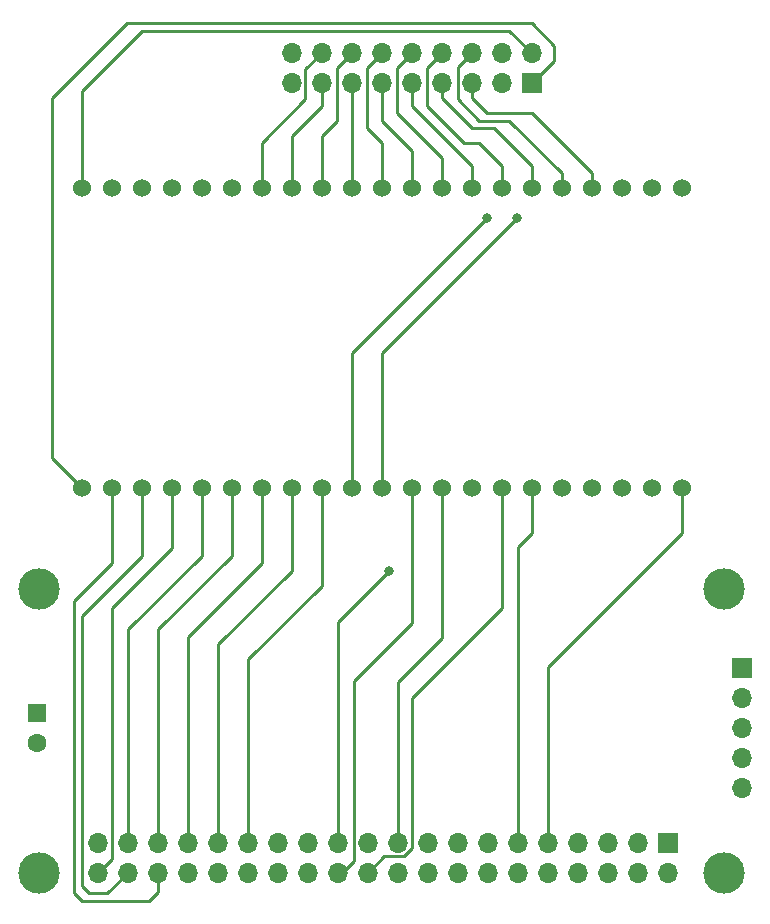
<source format=gbr>
%TF.GenerationSoftware,KiCad,Pcbnew,6.0.8-f2edbf62ab~116~ubuntu20.04.1*%
%TF.CreationDate,2022-10-24T22:15:28-06:00*%
%TF.ProjectId,seedsigner-esp32-dev-board,73656564-7369-4676-9e65-722d65737033,rev?*%
%TF.SameCoordinates,Original*%
%TF.FileFunction,Copper,L1,Top*%
%TF.FilePolarity,Positive*%
%FSLAX46Y46*%
G04 Gerber Fmt 4.6, Leading zero omitted, Abs format (unit mm)*
G04 Created by KiCad (PCBNEW 6.0.8-f2edbf62ab~116~ubuntu20.04.1) date 2022-10-24 22:15:28*
%MOMM*%
%LPD*%
G01*
G04 APERTURE LIST*
%TA.AperFunction,ComponentPad*%
%ADD10O,1.700000X1.700000*%
%TD*%
%TA.AperFunction,ComponentPad*%
%ADD11R,1.700000X1.700000*%
%TD*%
%TA.AperFunction,WasherPad*%
%ADD12C,3.500000*%
%TD*%
%TA.AperFunction,ComponentPad*%
%ADD13R,1.600000X1.600000*%
%TD*%
%TA.AperFunction,ComponentPad*%
%ADD14C,1.600000*%
%TD*%
%TA.AperFunction,ComponentPad*%
%ADD15C,1.530000*%
%TD*%
%TA.AperFunction,ViaPad*%
%ADD16C,0.800000*%
%TD*%
%TA.AperFunction,Conductor*%
%ADD17C,0.250000*%
%TD*%
G04 APERTURE END LIST*
D10*
%TO.P,U3,40,GPIO21*%
%TO.N,/KEY1*%
X11540000Y5540000D03*
%TO.P,U3,39,GND*%
%TO.N,GND*%
X11540000Y8080000D03*
%TO.P,U3,38,GPIO20*%
%TO.N,/KEY2*%
X14080000Y5540000D03*
%TO.P,U3,37,GPIO26*%
%TO.N,/JOYSTICK_RIGHT*%
X14080000Y8080000D03*
%TO.P,U3,36,GPIO16*%
%TO.N,/KEY3*%
X16620000Y5540000D03*
%TO.P,U3,35,GPIO19*%
%TO.N,/JOYSTICK_DOWN*%
X16620000Y8080000D03*
%TO.P,U3,34,GND*%
%TO.N,GND*%
X19160000Y5540000D03*
%TO.P,U3,33,GPIO13*%
%TO.N,/JOYSTICK_PRESS*%
X19160000Y8080000D03*
%TO.P,U3,32,GPIO12*%
%TO.N,unconnected-(U3-Pad32)*%
X21700000Y5540000D03*
%TO.P,U3,31,GPIO6*%
%TO.N,/JOYSTICK_UP*%
X21700000Y8080000D03*
%TO.P,U3,30,GND*%
%TO.N,GND*%
X24240000Y5540000D03*
%TO.P,U3,29,GPIO5*%
%TO.N,/JOYSTICK_LEFT*%
X24240000Y8080000D03*
%TO.P,U3,28,ID_SC*%
%TO.N,unconnected-(U3-Pad28)*%
X26780000Y5540000D03*
%TO.P,U3,27,ID_SD*%
%TO.N,unconnected-(U3-Pad27)*%
X26780000Y8080000D03*
%TO.P,U3,26,GPIO7/~{SPI_CE1}*%
%TO.N,unconnected-(U3-Pad26)*%
X29320000Y5540000D03*
%TO.P,U3,25,GND*%
%TO.N,GND*%
X29320000Y8080000D03*
%TO.P,U3,24,GPIO8/~{SPI_CE0}*%
%TO.N,/SPI_CS*%
X31860000Y5540000D03*
%TO.P,U3,23,GPIO11/SPI_SCLK*%
%TO.N,/SPI_SCLK*%
X31860000Y8080000D03*
%TO.P,U3,22,GPIO25/GPIO_GEN6*%
%TO.N,/DC*%
X34400000Y5540000D03*
%TO.P,U3,21,GPIO9/SPI_MISO*%
%TO.N,unconnected-(U3-Pad21)*%
X34400000Y8080000D03*
%TO.P,U3,20,GND*%
%TO.N,GND*%
X36940000Y5540000D03*
%TO.P,U3,19,GPIO10/SPI_MOSI*%
%TO.N,/SPI_MOSI*%
X36940000Y8080000D03*
%TO.P,U3,18,GPIO24/GPIO_GEN5*%
%TO.N,unconnected-(U3-Pad18)*%
X39480000Y5540000D03*
%TO.P,U3,17,3V3*%
%TO.N,+3.3V*%
X39480000Y8080000D03*
%TO.P,U3,16,GPIO23/GPIO_GEN4*%
%TO.N,unconnected-(U3-Pad16)*%
X42020000Y5540000D03*
%TO.P,U3,15,GPIO22/GPIO_GEN3*%
%TO.N,unconnected-(U3-Pad15)*%
X42020000Y8080000D03*
%TO.P,U3,14,GND*%
%TO.N,GND*%
X44560000Y5540000D03*
%TO.P,U3,13,GPIO27/GPIO_GEN2*%
%TO.N,unconnected-(U3-Pad13)*%
X44560000Y8080000D03*
%TO.P,U3,12,GPIO18/GPIO_GEN1*%
%TO.N,unconnected-(U3-Pad12)*%
X47100000Y5540000D03*
%TO.P,U3,11,GPIO17/GPIO_GEN0*%
%TO.N,/RST*%
X47100000Y8080000D03*
%TO.P,U3,10,RXD0/GPIO15*%
%TO.N,unconnected-(U3-Pad10)*%
X49640000Y5540000D03*
%TO.P,U3,9,GND*%
%TO.N,GND*%
X49640000Y8080000D03*
%TO.P,U3,8,TXD0/GPIO14*%
%TO.N,unconnected-(U3-Pad8)*%
X52180000Y5540000D03*
%TO.P,U3,7,GPIO4/GPIO_GCKL*%
%TO.N,unconnected-(U3-Pad7)*%
X52180000Y8080000D03*
%TO.P,U3,6,GND*%
%TO.N,GND*%
X54720000Y5540000D03*
%TO.P,U3,5,GPIO3/SCL1*%
%TO.N,unconnected-(U3-Pad5)*%
X54720000Y8080000D03*
%TO.P,U3,4,5V0*%
%TO.N,Net-(U3-Pad2)*%
X57260000Y5540000D03*
%TO.P,U3,3,GPIO2/SDA1*%
%TO.N,unconnected-(U3-Pad3)*%
X57260000Y8080000D03*
%TO.P,U3,2,5V0*%
%TO.N,Net-(U3-Pad2)*%
X59800000Y5540000D03*
D11*
%TO.P,U3,1,3V3*%
%TO.N,+3.3V*%
X59800000Y8080000D03*
D12*
%TO.P,U3,*%
%TO.N,*%
X6560000Y5540000D03*
X64560000Y5540000D03*
X64560000Y29540000D03*
X6560000Y29540000D03*
%TD*%
D13*
%TO.P,C1,1*%
%TO.N,+3.3V*%
X6350000Y19050000D03*
D14*
%TO.P,C1,2*%
%TO.N,GND*%
X6350000Y16550000D03*
%TD*%
D11*
%TO.P,J1,1,Pin_1*%
%TO.N,/XTRA1*%
X66040000Y22860000D03*
D10*
%TO.P,J1,2,Pin_2*%
%TO.N,/XTRA2*%
X66040000Y20320000D03*
%TO.P,J1,3,Pin_3*%
%TO.N,/XTRA3*%
X66040000Y17780000D03*
%TO.P,J1,4,Pin_4*%
%TO.N,/XTRA4*%
X66040000Y15240000D03*
%TO.P,J1,5,Pin_5*%
%TO.N,/XTRA5*%
X66040000Y12700000D03*
%TD*%
D15*
%TO.P,U1,0,GPIO0*%
%TO.N,/KEY3*%
X12700000Y38100000D03*
%TO.P,U1,1,GPIO1*%
%TO.N,/KEY2*%
X15240000Y38100000D03*
%TO.P,U1,2,GPIO2*%
%TO.N,/KEY1*%
X17780000Y38100000D03*
%TO.P,U1,3,GPIO3*%
%TO.N,/JOYSTICK_RIGHT*%
X20320000Y38100000D03*
%TO.P,U1,3V3,VDD33*%
%TO.N,+3.3V*%
X10160000Y38100000D03*
%TO.P,U1,4,GPIO4*%
%TO.N,/JOYSTICK_DOWN*%
X22860000Y38100000D03*
%TO.P,U1,5,GPIO5*%
%TO.N,/JOYSTICK_PRESS*%
X25400000Y38100000D03*
%TO.P,U1,5V,+5V*%
%TO.N,+5V*%
X58420000Y38100000D03*
%TO.P,U1,6,GPIO6*%
%TO.N,/JOYSTICK_UP*%
X27940000Y38100000D03*
%TO.P,U1,7,GPIO7*%
%TO.N,/JOYSTICK_LEFT*%
X30480000Y38100000D03*
%TO.P,U1,8,GPIO8*%
%TO.N,/SDA*%
X33020000Y38100000D03*
%TO.P,U1,9,GPIO9*%
%TO.N,/SCL*%
X35560000Y38100000D03*
%TO.P,U1,10,GPIO10*%
%TO.N,/SPI_CS*%
X38100000Y38100000D03*
%TO.P,U1,11,GPIO11*%
%TO.N,/SPI_MOSI*%
X40640000Y38100000D03*
%TO.P,U1,12,GPIO12*%
%TO.N,/SPI_SCLK*%
X43180000Y38100000D03*
%TO.P,U1,13,GPIO13*%
%TO.N,/DC*%
X45720000Y38100000D03*
%TO.P,U1,14,GPIO14*%
%TO.N,/RST*%
X48260000Y38100000D03*
%TO.P,U1,15,GPIO15*%
%TO.N,/XTRA5*%
X50800000Y38100000D03*
%TO.P,U1,16,GPIO16*%
%TO.N,/XTRA4*%
X53340000Y38100000D03*
%TO.P,U1,17,GPIO17*%
%TO.N,/XTRA3*%
X55880000Y38100000D03*
%TO.P,U1,18,EXT_GPIO18*%
%TO.N,unconnected-(U1-Pad18)*%
X60960000Y63500000D03*
%TO.P,U1,19,GPIO19*%
%TO.N,/XTRA1*%
X58420000Y63500000D03*
%TO.P,U1,20,GPIO20*%
%TO.N,/XTRA2*%
X55880000Y63500000D03*
%TO.P,U1,21,GPIO21*%
%TO.N,/VSYNC*%
X53340000Y63500000D03*
%TO.P,U1,26,GPIO26*%
%TO.N,/HREF*%
X50800000Y63500000D03*
%TO.P,U1,33,GPIO33*%
%TO.N,/PCLK*%
X48260000Y63500000D03*
%TO.P,U1,34,GPIO34*%
%TO.N,/XCLK*%
X45720000Y63500000D03*
%TO.P,U1,35,GPIO35*%
%TO.N,/D9*%
X43180000Y63500000D03*
%TO.P,U1,36,GPIO36*%
%TO.N,/D8*%
X40640000Y63500000D03*
%TO.P,U1,37,GPIO37*%
%TO.N,/D7*%
X38100000Y63500000D03*
%TO.P,U1,38,GPIO38*%
%TO.N,/D6*%
X35560000Y63500000D03*
%TO.P,U1,39,GPIO39*%
%TO.N,/D5*%
X33020000Y63500000D03*
%TO.P,U1,40,GPIO40*%
%TO.N,/D4*%
X30480000Y63500000D03*
%TO.P,U1,41,GPIO41*%
%TO.N,/D3*%
X27940000Y63500000D03*
%TO.P,U1,42,GPIO42*%
%TO.N,/D2*%
X25400000Y63500000D03*
%TO.P,U1,45,GPIO45*%
%TO.N,unconnected-(U1-Pad45)*%
X17780000Y63500000D03*
%TO.P,U1,46,GPIO46*%
%TO.N,unconnected-(U1-Pad46)*%
X15240000Y63500000D03*
%TO.P,U1,GND_1,GND*%
%TO.N,GND*%
X60960000Y38100000D03*
%TO.P,U1,GND_2,GND*%
X10160000Y63500000D03*
%TO.P,U1,RST,CHIP_PU*%
%TO.N,unconnected-(U1-PadRST)*%
X12700000Y63500000D03*
%TO.P,U1,RX,U0RXD*%
%TO.N,unconnected-(U1-PadRX)*%
X20320000Y63500000D03*
%TO.P,U1,TX,U0TXD*%
%TO.N,unconnected-(U1-PadTX)*%
X22860000Y63500000D03*
%TD*%
D11*
%TO.P,U2,1,3.3V*%
%TO.N,+3.3V*%
X48260000Y72390000D03*
D10*
%TO.P,U2,2,GND*%
%TO.N,GND*%
X48260000Y74930000D03*
%TO.P,U2,3,SIOC*%
%TO.N,/SCL*%
X45720000Y72390000D03*
%TO.P,U2,4,SIOD*%
%TO.N,/SDA*%
X45720000Y74930000D03*
%TO.P,U2,5,VSYNC*%
%TO.N,/VSYNC*%
X43180000Y72390000D03*
%TO.P,U2,6,HREF*%
%TO.N,/HREF*%
X43180000Y74930000D03*
%TO.P,U2,7,PCLK*%
%TO.N,/PCLK*%
X40640000Y72390000D03*
%TO.P,U2,8,XCLK*%
%TO.N,/XCLK*%
X40640000Y74930000D03*
%TO.P,U2,9,D9*%
%TO.N,/D9*%
X38100000Y72390000D03*
%TO.P,U2,10,D8*%
%TO.N,/D8*%
X38100000Y74930000D03*
%TO.P,U2,11,D7*%
%TO.N,/D7*%
X35560000Y72390000D03*
%TO.P,U2,12,D6*%
%TO.N,/D6*%
X35560000Y74930000D03*
%TO.P,U2,13,D5*%
%TO.N,/D5*%
X33020000Y72390000D03*
%TO.P,U2,14,D4*%
%TO.N,/D4*%
X33020000Y74930000D03*
%TO.P,U2,15,D3*%
%TO.N,/D3*%
X30480000Y72390000D03*
%TO.P,U2,16,D2*%
%TO.N,/D2*%
X30480000Y74930000D03*
%TO.P,U2,17,RET*%
%TO.N,unconnected-(U2-Pad17)*%
X27940000Y72390000D03*
%TO.P,U2,18,PDWN*%
%TO.N,unconnected-(U2-Pad18)*%
X27940000Y74930000D03*
%TD*%
D16*
%TO.N,/SDA*%
X44450000Y60960000D03*
%TO.N,/SCL*%
X46990000Y60960000D03*
%TO.N,/SPI_SCLK*%
X36195000Y31115000D03*
%TD*%
D17*
%TO.N,+3.3V*%
X10160000Y38100000D02*
X7620000Y40640000D01*
X13970000Y77470000D02*
X48260000Y77470000D01*
X7620000Y40640000D02*
X7620000Y71120000D01*
X7620000Y71120000D02*
X13970000Y77470000D01*
X48260000Y77470000D02*
X50165000Y75565000D01*
X50165000Y75565000D02*
X50165000Y74295000D01*
X50165000Y74295000D02*
X48260000Y72390000D01*
%TO.N,GND*%
X48260000Y74930000D02*
X46355000Y76835000D01*
X46355000Y76835000D02*
X15240000Y76835000D01*
X15240000Y76835000D02*
X10160000Y71755000D01*
X10160000Y71755000D02*
X10160000Y63500000D01*
%TO.N,/DC*%
X34400000Y5540000D02*
X35765000Y6905000D01*
X45720000Y27940000D02*
X45720000Y38100000D01*
X35765000Y6905000D02*
X37426701Y6905000D01*
X37426701Y6905000D02*
X38115000Y7593299D01*
X38115000Y20335000D02*
X45720000Y27940000D01*
X38115000Y7593299D02*
X38115000Y20335000D01*
%TO.N,/RST*%
X48260000Y34290000D02*
X48260000Y38100000D01*
X47100000Y33130000D02*
X48260000Y34290000D01*
X47100000Y8080000D02*
X47100000Y33130000D01*
%TO.N,/KEY1*%
X17780000Y33020000D02*
X17780000Y38100000D01*
X12715000Y27955000D02*
X13335000Y28575000D01*
X13335000Y28575000D02*
X17780000Y33020000D01*
X12715000Y6715000D02*
X12715000Y27955000D01*
X11540000Y5540000D02*
X12715000Y6715000D01*
%TO.N,/XCLK*%
X39370000Y73660000D02*
X39370000Y70485000D01*
X40640000Y74930000D02*
X39370000Y73660000D01*
X45720000Y65405000D02*
X45720000Y63500000D01*
X39370000Y70485000D02*
X42545000Y67310000D01*
X42545000Y67310000D02*
X43815000Y67310000D01*
X43815000Y67310000D02*
X45720000Y65405000D01*
%TO.N,/PCLK*%
X40640000Y72390000D02*
X40640000Y71120000D01*
X43180000Y68580000D02*
X45085000Y68580000D01*
X48260000Y65405000D02*
X48260000Y63500000D01*
X40640000Y71120000D02*
X43180000Y68580000D01*
X45085000Y68580000D02*
X48260000Y65405000D01*
%TO.N,/HREF*%
X46355000Y69215000D02*
X50800000Y64770000D01*
X43815000Y69215000D02*
X46355000Y69215000D01*
X42005000Y73755000D02*
X42005000Y71025000D01*
X43180000Y74930000D02*
X42005000Y73755000D01*
X42005000Y71025000D02*
X43815000Y69215000D01*
X50800000Y64770000D02*
X50800000Y63500000D01*
%TO.N,/VSYNC*%
X43180000Y72390000D02*
X43180000Y71120000D01*
X44450000Y69850000D02*
X48260000Y69850000D01*
X53340000Y64770000D02*
X53340000Y63500000D01*
X43180000Y71120000D02*
X44450000Y69850000D01*
X48260000Y69850000D02*
X53340000Y64770000D01*
%TO.N,/SDA*%
X33020000Y49530000D02*
X44450000Y60960000D01*
X33020000Y38100000D02*
X33020000Y49530000D01*
%TO.N,/SCL*%
X35560000Y38100000D02*
X35560000Y49530000D01*
X35560000Y49530000D02*
X46990000Y60960000D01*
%TO.N,/SPI_CS*%
X33225000Y21795000D02*
X38100000Y26670000D01*
X31860000Y5540000D02*
X32210000Y5540000D01*
X32210000Y5540000D02*
X33225000Y6555000D01*
X33225000Y6555000D02*
X33225000Y21795000D01*
X38100000Y26670000D02*
X38100000Y38100000D01*
%TO.N,/SPI_MOSI*%
X36940000Y8080000D02*
X36940000Y21700000D01*
X40640000Y25400000D02*
X40640000Y38100000D01*
X36940000Y21700000D02*
X40640000Y25400000D01*
%TO.N,/SPI_SCLK*%
X31860000Y26780000D02*
X36195000Y31115000D01*
X31860000Y8080000D02*
X31860000Y26780000D01*
%TO.N,/JOYSTICK_UP*%
X27940000Y31115000D02*
X27940000Y38100000D01*
X21700000Y24875000D02*
X27940000Y31115000D01*
X21700000Y8080000D02*
X21700000Y24875000D01*
%TO.N,/JOYSTICK_DOWN*%
X16620000Y26145000D02*
X22860000Y32385000D01*
X22860000Y32385000D02*
X22860000Y38100000D01*
X16620000Y8080000D02*
X16620000Y26145000D01*
%TO.N,/JOYSTICK_LEFT*%
X30480000Y29845000D02*
X30480000Y38100000D01*
X24240000Y8080000D02*
X24240000Y23605000D01*
X24240000Y23605000D02*
X30480000Y29845000D01*
%TO.N,/JOYSTICK_RIGHT*%
X14080000Y8080000D02*
X14080000Y26145000D01*
X20320000Y32385000D02*
X20320000Y38100000D01*
X14080000Y26145000D02*
X20320000Y32385000D01*
%TO.N,/JOYSTICK_PRESS*%
X19160000Y8080000D02*
X19160000Y25510000D01*
X19160000Y25510000D02*
X25400000Y31750000D01*
X25400000Y31750000D02*
X25400000Y38100000D01*
%TO.N,/KEY3*%
X9525000Y5715000D02*
X9525000Y24130000D01*
X12700000Y34290000D02*
X12700000Y38100000D01*
X9525000Y28575000D02*
X12700000Y31750000D01*
X12700000Y34290000D02*
X12700000Y34925000D01*
X15875000Y3175000D02*
X10160000Y3175000D01*
X12700000Y31750000D02*
X12700000Y34290000D01*
X16620000Y3920000D02*
X15875000Y3175000D01*
X9525000Y24130000D02*
X9525000Y28575000D01*
X9525000Y3810000D02*
X9525000Y5715000D01*
X16620000Y5540000D02*
X16620000Y3920000D01*
X10160000Y3175000D02*
X9525000Y3810000D01*
%TO.N,/KEY2*%
X10160000Y27305000D02*
X15240000Y32385000D01*
X10795000Y3810000D02*
X10160000Y4445000D01*
X12350000Y3810000D02*
X10795000Y3810000D01*
X10160000Y4445000D02*
X10160000Y27305000D01*
X15240000Y32385000D02*
X15240000Y38100000D01*
X14080000Y5540000D02*
X12350000Y3810000D01*
%TO.N,/D2*%
X30480000Y74930000D02*
X29115000Y73565000D01*
X29115000Y71025000D02*
X25400000Y67310000D01*
X25400000Y67310000D02*
X25400000Y63500000D01*
X29115000Y73565000D02*
X29115000Y71025000D01*
%TO.N,/D3*%
X30480000Y72390000D02*
X30480000Y70485000D01*
X27940000Y67945000D02*
X27940000Y63500000D01*
X30480000Y70485000D02*
X27940000Y67945000D01*
%TO.N,/D4*%
X31750000Y69215000D02*
X30480000Y67945000D01*
X31750000Y73660000D02*
X31750000Y69215000D01*
X33020000Y74930000D02*
X31750000Y73660000D01*
X30480000Y67945000D02*
X30480000Y63500000D01*
%TO.N,/D5*%
X33020000Y72390000D02*
X33020000Y63500000D01*
%TO.N,/D6*%
X34290000Y73660000D02*
X34290000Y68580000D01*
X35560000Y74930000D02*
X34290000Y73660000D01*
X35560000Y67310000D02*
X35560000Y63500000D01*
X34290000Y68580000D02*
X35560000Y67310000D01*
%TO.N,/D7*%
X38100000Y66675000D02*
X38100000Y63500000D01*
X35560000Y69215000D02*
X38100000Y66675000D01*
X35560000Y72390000D02*
X35560000Y69215000D01*
%TO.N,/D8*%
X36830000Y73660000D02*
X36830000Y69850000D01*
X38100000Y74930000D02*
X36830000Y73660000D01*
X40640000Y66040000D02*
X40640000Y63500000D01*
X36830000Y69850000D02*
X40640000Y66040000D01*
%TO.N,/D9*%
X38100000Y70485000D02*
X43180000Y65405000D01*
X38100000Y72390000D02*
X38100000Y70485000D01*
X43180000Y65405000D02*
X43180000Y63500000D01*
%TO.N,GND*%
X49640000Y22970000D02*
X60960000Y34290000D01*
X60960000Y34290000D02*
X60960000Y38100000D01*
X49640000Y8080000D02*
X49640000Y22970000D01*
%TD*%
M02*

</source>
